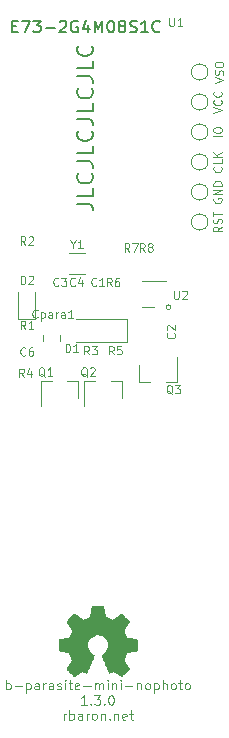
<source format=gbr>
G04 #@! TF.GenerationSoftware,KiCad,Pcbnew,(6.0.7)*
G04 #@! TF.CreationDate,2022-09-04T16:16:14-05:00*
G04 #@! TF.ProjectId,parasite-mini-test,70617261-7369-4746-952d-6d696e692d74,1.2.0*
G04 #@! TF.SameCoordinates,Original*
G04 #@! TF.FileFunction,Legend,Top*
G04 #@! TF.FilePolarity,Positive*
%FSLAX46Y46*%
G04 Gerber Fmt 4.6, Leading zero omitted, Abs format (unit mm)*
G04 Created by KiCad (PCBNEW (6.0.7)) date 2022-09-04 16:16:14*
%MOMM*%
%LPD*%
G01*
G04 APERTURE LIST*
%ADD10C,0.120000*%
%ADD11C,0.100000*%
%ADD12C,0.200000*%
%ADD13C,0.150000*%
%ADD14C,0.010000*%
G04 APERTURE END LIST*
D10*
X74200000Y-51700000D02*
G75*
G03*
X74200000Y-51700000I-200000J0D01*
G01*
D11*
X60247619Y-84073904D02*
X60247619Y-83273904D01*
X60247619Y-83578666D02*
X60323809Y-83540571D01*
X60476190Y-83540571D01*
X60552380Y-83578666D01*
X60590476Y-83616761D01*
X60628571Y-83692952D01*
X60628571Y-83921523D01*
X60590476Y-83997714D01*
X60552380Y-84035809D01*
X60476190Y-84073904D01*
X60323809Y-84073904D01*
X60247619Y-84035809D01*
X60971428Y-83769142D02*
X61580952Y-83769142D01*
X61961904Y-83540571D02*
X61961904Y-84340571D01*
X61961904Y-83578666D02*
X62038095Y-83540571D01*
X62190476Y-83540571D01*
X62266666Y-83578666D01*
X62304761Y-83616761D01*
X62342857Y-83692952D01*
X62342857Y-83921523D01*
X62304761Y-83997714D01*
X62266666Y-84035809D01*
X62190476Y-84073904D01*
X62038095Y-84073904D01*
X61961904Y-84035809D01*
X63028571Y-84073904D02*
X63028571Y-83654857D01*
X62990476Y-83578666D01*
X62914285Y-83540571D01*
X62761904Y-83540571D01*
X62685714Y-83578666D01*
X63028571Y-84035809D02*
X62952380Y-84073904D01*
X62761904Y-84073904D01*
X62685714Y-84035809D01*
X62647619Y-83959619D01*
X62647619Y-83883428D01*
X62685714Y-83807238D01*
X62761904Y-83769142D01*
X62952380Y-83769142D01*
X63028571Y-83731047D01*
X63409523Y-84073904D02*
X63409523Y-83540571D01*
X63409523Y-83692952D02*
X63447619Y-83616761D01*
X63485714Y-83578666D01*
X63561904Y-83540571D01*
X63638095Y-83540571D01*
X64247619Y-84073904D02*
X64247619Y-83654857D01*
X64209523Y-83578666D01*
X64133333Y-83540571D01*
X63980952Y-83540571D01*
X63904761Y-83578666D01*
X64247619Y-84035809D02*
X64171428Y-84073904D01*
X63980952Y-84073904D01*
X63904761Y-84035809D01*
X63866666Y-83959619D01*
X63866666Y-83883428D01*
X63904761Y-83807238D01*
X63980952Y-83769142D01*
X64171428Y-83769142D01*
X64247619Y-83731047D01*
X64590476Y-84035809D02*
X64666666Y-84073904D01*
X64819047Y-84073904D01*
X64895238Y-84035809D01*
X64933333Y-83959619D01*
X64933333Y-83921523D01*
X64895238Y-83845333D01*
X64819047Y-83807238D01*
X64704761Y-83807238D01*
X64628571Y-83769142D01*
X64590476Y-83692952D01*
X64590476Y-83654857D01*
X64628571Y-83578666D01*
X64704761Y-83540571D01*
X64819047Y-83540571D01*
X64895238Y-83578666D01*
X65276190Y-84073904D02*
X65276190Y-83540571D01*
X65276190Y-83273904D02*
X65238095Y-83312000D01*
X65276190Y-83350095D01*
X65314285Y-83312000D01*
X65276190Y-83273904D01*
X65276190Y-83350095D01*
X65542857Y-83540571D02*
X65847619Y-83540571D01*
X65657142Y-83273904D02*
X65657142Y-83959619D01*
X65695238Y-84035809D01*
X65771428Y-84073904D01*
X65847619Y-84073904D01*
X66419047Y-84035809D02*
X66342857Y-84073904D01*
X66190476Y-84073904D01*
X66114285Y-84035809D01*
X66076190Y-83959619D01*
X66076190Y-83654857D01*
X66114285Y-83578666D01*
X66190476Y-83540571D01*
X66342857Y-83540571D01*
X66419047Y-83578666D01*
X66457142Y-83654857D01*
X66457142Y-83731047D01*
X66076190Y-83807238D01*
X66800000Y-83769142D02*
X67409523Y-83769142D01*
X67790476Y-84073904D02*
X67790476Y-83540571D01*
X67790476Y-83616761D02*
X67828571Y-83578666D01*
X67904761Y-83540571D01*
X68019047Y-83540571D01*
X68095238Y-83578666D01*
X68133333Y-83654857D01*
X68133333Y-84073904D01*
X68133333Y-83654857D02*
X68171428Y-83578666D01*
X68247619Y-83540571D01*
X68361904Y-83540571D01*
X68438095Y-83578666D01*
X68476190Y-83654857D01*
X68476190Y-84073904D01*
X68857142Y-84073904D02*
X68857142Y-83540571D01*
X68857142Y-83273904D02*
X68819047Y-83312000D01*
X68857142Y-83350095D01*
X68895238Y-83312000D01*
X68857142Y-83273904D01*
X68857142Y-83350095D01*
X69238095Y-83540571D02*
X69238095Y-84073904D01*
X69238095Y-83616761D02*
X69276190Y-83578666D01*
X69352380Y-83540571D01*
X69466666Y-83540571D01*
X69542857Y-83578666D01*
X69580952Y-83654857D01*
X69580952Y-84073904D01*
X69961904Y-84073904D02*
X69961904Y-83540571D01*
X69961904Y-83273904D02*
X69923809Y-83312000D01*
X69961904Y-83350095D01*
X70000000Y-83312000D01*
X69961904Y-83273904D01*
X69961904Y-83350095D01*
X70342857Y-83769142D02*
X70952380Y-83769142D01*
X71333333Y-83540571D02*
X71333333Y-84073904D01*
X71333333Y-83616761D02*
X71371428Y-83578666D01*
X71447619Y-83540571D01*
X71561904Y-83540571D01*
X71638095Y-83578666D01*
X71676190Y-83654857D01*
X71676190Y-84073904D01*
X72171428Y-84073904D02*
X72095238Y-84035809D01*
X72057142Y-83997714D01*
X72019047Y-83921523D01*
X72019047Y-83692952D01*
X72057142Y-83616761D01*
X72095238Y-83578666D01*
X72171428Y-83540571D01*
X72285714Y-83540571D01*
X72361904Y-83578666D01*
X72400000Y-83616761D01*
X72438095Y-83692952D01*
X72438095Y-83921523D01*
X72400000Y-83997714D01*
X72361904Y-84035809D01*
X72285714Y-84073904D01*
X72171428Y-84073904D01*
X72780952Y-83540571D02*
X72780952Y-84340571D01*
X72780952Y-83578666D02*
X72857142Y-83540571D01*
X73009523Y-83540571D01*
X73085714Y-83578666D01*
X73123809Y-83616761D01*
X73161904Y-83692952D01*
X73161904Y-83921523D01*
X73123809Y-83997714D01*
X73085714Y-84035809D01*
X73009523Y-84073904D01*
X72857142Y-84073904D01*
X72780952Y-84035809D01*
X73504761Y-84073904D02*
X73504761Y-83273904D01*
X73847619Y-84073904D02*
X73847619Y-83654857D01*
X73809523Y-83578666D01*
X73733333Y-83540571D01*
X73619047Y-83540571D01*
X73542857Y-83578666D01*
X73504761Y-83616761D01*
X74342857Y-84073904D02*
X74266666Y-84035809D01*
X74228571Y-83997714D01*
X74190476Y-83921523D01*
X74190476Y-83692952D01*
X74228571Y-83616761D01*
X74266666Y-83578666D01*
X74342857Y-83540571D01*
X74457142Y-83540571D01*
X74533333Y-83578666D01*
X74571428Y-83616761D01*
X74609523Y-83692952D01*
X74609523Y-83921523D01*
X74571428Y-83997714D01*
X74533333Y-84035809D01*
X74457142Y-84073904D01*
X74342857Y-84073904D01*
X74838095Y-83540571D02*
X75142857Y-83540571D01*
X74952380Y-83273904D02*
X74952380Y-83959619D01*
X74990476Y-84035809D01*
X75066666Y-84073904D01*
X75142857Y-84073904D01*
X75523809Y-84073904D02*
X75447619Y-84035809D01*
X75409523Y-83997714D01*
X75371428Y-83921523D01*
X75371428Y-83692952D01*
X75409523Y-83616761D01*
X75447619Y-83578666D01*
X75523809Y-83540571D01*
X75638095Y-83540571D01*
X75714285Y-83578666D01*
X75752380Y-83616761D01*
X75790476Y-83692952D01*
X75790476Y-83921523D01*
X75752380Y-83997714D01*
X75714285Y-84035809D01*
X75638095Y-84073904D01*
X75523809Y-84073904D01*
X67085714Y-85361904D02*
X66628571Y-85361904D01*
X66857142Y-85361904D02*
X66857142Y-84561904D01*
X66780952Y-84676190D01*
X66704761Y-84752380D01*
X66628571Y-84790476D01*
X67428571Y-85285714D02*
X67466666Y-85323809D01*
X67428571Y-85361904D01*
X67390476Y-85323809D01*
X67428571Y-85285714D01*
X67428571Y-85361904D01*
X67733333Y-84561904D02*
X68228571Y-84561904D01*
X67961904Y-84866666D01*
X68076190Y-84866666D01*
X68152380Y-84904761D01*
X68190476Y-84942857D01*
X68228571Y-85019047D01*
X68228571Y-85209523D01*
X68190476Y-85285714D01*
X68152380Y-85323809D01*
X68076190Y-85361904D01*
X67847619Y-85361904D01*
X67771428Y-85323809D01*
X67733333Y-85285714D01*
X68571428Y-85285714D02*
X68609523Y-85323809D01*
X68571428Y-85361904D01*
X68533333Y-85323809D01*
X68571428Y-85285714D01*
X68571428Y-85361904D01*
X69104761Y-84561904D02*
X69180952Y-84561904D01*
X69257142Y-84600000D01*
X69295238Y-84638095D01*
X69333333Y-84714285D01*
X69371428Y-84866666D01*
X69371428Y-85057142D01*
X69333333Y-85209523D01*
X69295238Y-85285714D01*
X69257142Y-85323809D01*
X69180952Y-85361904D01*
X69104761Y-85361904D01*
X69028571Y-85323809D01*
X68990476Y-85285714D01*
X68952380Y-85209523D01*
X68914285Y-85057142D01*
X68914285Y-84866666D01*
X68952380Y-84714285D01*
X68990476Y-84638095D01*
X69028571Y-84600000D01*
X69104761Y-84561904D01*
X65123809Y-86649904D02*
X65123809Y-86116571D01*
X65123809Y-86268952D02*
X65161904Y-86192761D01*
X65200000Y-86154666D01*
X65276190Y-86116571D01*
X65352380Y-86116571D01*
X65619047Y-86649904D02*
X65619047Y-85849904D01*
X65619047Y-86154666D02*
X65695238Y-86116571D01*
X65847619Y-86116571D01*
X65923809Y-86154666D01*
X65961904Y-86192761D01*
X66000000Y-86268952D01*
X66000000Y-86497523D01*
X65961904Y-86573714D01*
X65923809Y-86611809D01*
X65847619Y-86649904D01*
X65695238Y-86649904D01*
X65619047Y-86611809D01*
X66685714Y-86649904D02*
X66685714Y-86230857D01*
X66647619Y-86154666D01*
X66571428Y-86116571D01*
X66419047Y-86116571D01*
X66342857Y-86154666D01*
X66685714Y-86611809D02*
X66609523Y-86649904D01*
X66419047Y-86649904D01*
X66342857Y-86611809D01*
X66304761Y-86535619D01*
X66304761Y-86459428D01*
X66342857Y-86383238D01*
X66419047Y-86345142D01*
X66609523Y-86345142D01*
X66685714Y-86307047D01*
X67066666Y-86649904D02*
X67066666Y-86116571D01*
X67066666Y-86268952D02*
X67104761Y-86192761D01*
X67142857Y-86154666D01*
X67219047Y-86116571D01*
X67295238Y-86116571D01*
X67676190Y-86649904D02*
X67600000Y-86611809D01*
X67561904Y-86573714D01*
X67523809Y-86497523D01*
X67523809Y-86268952D01*
X67561904Y-86192761D01*
X67600000Y-86154666D01*
X67676190Y-86116571D01*
X67790476Y-86116571D01*
X67866666Y-86154666D01*
X67904761Y-86192761D01*
X67942857Y-86268952D01*
X67942857Y-86497523D01*
X67904761Y-86573714D01*
X67866666Y-86611809D01*
X67790476Y-86649904D01*
X67676190Y-86649904D01*
X68285714Y-86116571D02*
X68285714Y-86649904D01*
X68285714Y-86192761D02*
X68323809Y-86154666D01*
X68400000Y-86116571D01*
X68514285Y-86116571D01*
X68590476Y-86154666D01*
X68628571Y-86230857D01*
X68628571Y-86649904D01*
X69009523Y-86573714D02*
X69047619Y-86611809D01*
X69009523Y-86649904D01*
X68971428Y-86611809D01*
X69009523Y-86573714D01*
X69009523Y-86649904D01*
X69390476Y-86116571D02*
X69390476Y-86649904D01*
X69390476Y-86192761D02*
X69428571Y-86154666D01*
X69504761Y-86116571D01*
X69619047Y-86116571D01*
X69695238Y-86154666D01*
X69733333Y-86230857D01*
X69733333Y-86649904D01*
X70419047Y-86611809D02*
X70342857Y-86649904D01*
X70190476Y-86649904D01*
X70114285Y-86611809D01*
X70076190Y-86535619D01*
X70076190Y-86230857D01*
X70114285Y-86154666D01*
X70190476Y-86116571D01*
X70342857Y-86116571D01*
X70419047Y-86154666D01*
X70457142Y-86230857D01*
X70457142Y-86307047D01*
X70076190Y-86383238D01*
X70685714Y-86116571D02*
X70990476Y-86116571D01*
X70800000Y-85849904D02*
X70800000Y-86535619D01*
X70838095Y-86611809D01*
X70914285Y-86649904D01*
X70990476Y-86649904D01*
D12*
X66233333Y-42966666D02*
X67233333Y-42966666D01*
X67433333Y-43033333D01*
X67566666Y-43166666D01*
X67633333Y-43366666D01*
X67633333Y-43500000D01*
X67633333Y-41633333D02*
X67633333Y-42300000D01*
X66233333Y-42300000D01*
X67500000Y-40366666D02*
X67566666Y-40433333D01*
X67633333Y-40633333D01*
X67633333Y-40766666D01*
X67566666Y-40966666D01*
X67433333Y-41100000D01*
X67300000Y-41166666D01*
X67033333Y-41233333D01*
X66833333Y-41233333D01*
X66566666Y-41166666D01*
X66433333Y-41100000D01*
X66300000Y-40966666D01*
X66233333Y-40766666D01*
X66233333Y-40633333D01*
X66300000Y-40433333D01*
X66366666Y-40366666D01*
X66233333Y-39366666D02*
X67233333Y-39366666D01*
X67433333Y-39433333D01*
X67566666Y-39566666D01*
X67633333Y-39766666D01*
X67633333Y-39900000D01*
X67633333Y-38033333D02*
X67633333Y-38700000D01*
X66233333Y-38700000D01*
X67500000Y-36766666D02*
X67566666Y-36833333D01*
X67633333Y-37033333D01*
X67633333Y-37166666D01*
X67566666Y-37366666D01*
X67433333Y-37500000D01*
X67300000Y-37566666D01*
X67033333Y-37633333D01*
X66833333Y-37633333D01*
X66566666Y-37566666D01*
X66433333Y-37500000D01*
X66300000Y-37366666D01*
X66233333Y-37166666D01*
X66233333Y-37033333D01*
X66300000Y-36833333D01*
X66366666Y-36766666D01*
X66233333Y-35766666D02*
X67233333Y-35766666D01*
X67433333Y-35833333D01*
X67566666Y-35966666D01*
X67633333Y-36166666D01*
X67633333Y-36300000D01*
X67633333Y-34433333D02*
X67633333Y-35100000D01*
X66233333Y-35100000D01*
X67500000Y-33166666D02*
X67566666Y-33233333D01*
X67633333Y-33433333D01*
X67633333Y-33566666D01*
X67566666Y-33766666D01*
X67433333Y-33900000D01*
X67300000Y-33966666D01*
X67033333Y-34033333D01*
X66833333Y-34033333D01*
X66566666Y-33966666D01*
X66433333Y-33900000D01*
X66300000Y-33766666D01*
X66233333Y-33566666D01*
X66233333Y-33433333D01*
X66300000Y-33233333D01*
X66366666Y-33166666D01*
X66233333Y-32166666D02*
X67233333Y-32166666D01*
X67433333Y-32233333D01*
X67566666Y-32366666D01*
X67633333Y-32566666D01*
X67633333Y-32700000D01*
X67633333Y-30833333D02*
X67633333Y-31500000D01*
X66233333Y-31500000D01*
X67500000Y-29566666D02*
X67566666Y-29633333D01*
X67633333Y-29833333D01*
X67633333Y-29966666D01*
X67566666Y-30166666D01*
X67433333Y-30300000D01*
X67300000Y-30366666D01*
X67033333Y-30433333D01*
X66833333Y-30433333D01*
X66566666Y-30366666D01*
X66433333Y-30300000D01*
X66300000Y-30166666D01*
X66233333Y-29966666D01*
X66233333Y-29833333D01*
X66300000Y-29633333D01*
X66366666Y-29566666D01*
D10*
X67883333Y-49850000D02*
X67850000Y-49883333D01*
X67750000Y-49916666D01*
X67683333Y-49916666D01*
X67583333Y-49883333D01*
X67516666Y-49816666D01*
X67483333Y-49750000D01*
X67450000Y-49616666D01*
X67450000Y-49516666D01*
X67483333Y-49383333D01*
X67516666Y-49316666D01*
X67583333Y-49250000D01*
X67683333Y-49216666D01*
X67750000Y-49216666D01*
X67850000Y-49250000D01*
X67883333Y-49283333D01*
X68550000Y-49916666D02*
X68150000Y-49916666D01*
X68350000Y-49916666D02*
X68350000Y-49216666D01*
X68283333Y-49316666D01*
X68216666Y-49383333D01*
X68150000Y-49416666D01*
X61883333Y-55750000D02*
X61850000Y-55783333D01*
X61750000Y-55816666D01*
X61683333Y-55816666D01*
X61583333Y-55783333D01*
X61516666Y-55716666D01*
X61483333Y-55650000D01*
X61450000Y-55516666D01*
X61450000Y-55416666D01*
X61483333Y-55283333D01*
X61516666Y-55216666D01*
X61583333Y-55150000D01*
X61683333Y-55116666D01*
X61750000Y-55116666D01*
X61850000Y-55150000D01*
X61883333Y-55183333D01*
X62483333Y-55116666D02*
X62350000Y-55116666D01*
X62283333Y-55150000D01*
X62250000Y-55183333D01*
X62183333Y-55283333D01*
X62150000Y-55416666D01*
X62150000Y-55683333D01*
X62183333Y-55750000D01*
X62216666Y-55783333D01*
X62283333Y-55816666D01*
X62416666Y-55816666D01*
X62483333Y-55783333D01*
X62516666Y-55750000D01*
X62550000Y-55683333D01*
X62550000Y-55516666D01*
X62516666Y-55450000D01*
X62483333Y-55416666D01*
X62416666Y-55383333D01*
X62283333Y-55383333D01*
X62216666Y-55416666D01*
X62183333Y-55450000D01*
X62150000Y-55516666D01*
X69183333Y-49946666D02*
X68950000Y-49613333D01*
X68783333Y-49946666D02*
X68783333Y-49246666D01*
X69050000Y-49246666D01*
X69116666Y-49280000D01*
X69150000Y-49313333D01*
X69183333Y-49380000D01*
X69183333Y-49480000D01*
X69150000Y-49546666D01*
X69116666Y-49580000D01*
X69050000Y-49613333D01*
X68783333Y-49613333D01*
X69783333Y-49246666D02*
X69650000Y-49246666D01*
X69583333Y-49280000D01*
X69550000Y-49313333D01*
X69483333Y-49413333D01*
X69450000Y-49546666D01*
X69450000Y-49813333D01*
X69483333Y-49880000D01*
X69516666Y-49913333D01*
X69583333Y-49946666D01*
X69716666Y-49946666D01*
X69783333Y-49913333D01*
X69816666Y-49880000D01*
X69850000Y-49813333D01*
X69850000Y-49646666D01*
X69816666Y-49580000D01*
X69783333Y-49546666D01*
X69716666Y-49513333D01*
X69583333Y-49513333D01*
X69516666Y-49546666D01*
X69483333Y-49580000D01*
X69450000Y-49646666D01*
X69383333Y-55716666D02*
X69150000Y-55383333D01*
X68983333Y-55716666D02*
X68983333Y-55016666D01*
X69250000Y-55016666D01*
X69316666Y-55050000D01*
X69350000Y-55083333D01*
X69383333Y-55150000D01*
X69383333Y-55250000D01*
X69350000Y-55316666D01*
X69316666Y-55350000D01*
X69250000Y-55383333D01*
X68983333Y-55383333D01*
X70016666Y-55016666D02*
X69683333Y-55016666D01*
X69650000Y-55350000D01*
X69683333Y-55316666D01*
X69750000Y-55283333D01*
X69916666Y-55283333D01*
X69983333Y-55316666D01*
X70016666Y-55350000D01*
X70050000Y-55416666D01*
X70050000Y-55583333D01*
X70016666Y-55650000D01*
X69983333Y-55683333D01*
X69916666Y-55716666D01*
X69750000Y-55716666D01*
X69683333Y-55683333D01*
X69650000Y-55650000D01*
X61783333Y-57616666D02*
X61550000Y-57283333D01*
X61383333Y-57616666D02*
X61383333Y-56916666D01*
X61650000Y-56916666D01*
X61716666Y-56950000D01*
X61750000Y-56983333D01*
X61783333Y-57050000D01*
X61783333Y-57150000D01*
X61750000Y-57216666D01*
X61716666Y-57250000D01*
X61650000Y-57283333D01*
X61383333Y-57283333D01*
X62383333Y-57150000D02*
X62383333Y-57616666D01*
X62216666Y-56883333D02*
X62050000Y-57383333D01*
X62483333Y-57383333D01*
X63533333Y-57583333D02*
X63466666Y-57550000D01*
X63400000Y-57483333D01*
X63300000Y-57383333D01*
X63233333Y-57350000D01*
X63166666Y-57350000D01*
X63200000Y-57516666D02*
X63133333Y-57483333D01*
X63066666Y-57416666D01*
X63033333Y-57283333D01*
X63033333Y-57050000D01*
X63066666Y-56916666D01*
X63133333Y-56850000D01*
X63200000Y-56816666D01*
X63333333Y-56816666D01*
X63400000Y-56850000D01*
X63466666Y-56916666D01*
X63500000Y-57050000D01*
X63500000Y-57283333D01*
X63466666Y-57416666D01*
X63400000Y-57483333D01*
X63333333Y-57516666D01*
X63200000Y-57516666D01*
X64166666Y-57516666D02*
X63766666Y-57516666D01*
X63966666Y-57516666D02*
X63966666Y-56816666D01*
X63900000Y-56916666D01*
X63833333Y-56983333D01*
X63766666Y-57016666D01*
X67283333Y-55716666D02*
X67050000Y-55383333D01*
X66883333Y-55716666D02*
X66883333Y-55016666D01*
X67150000Y-55016666D01*
X67216666Y-55050000D01*
X67250000Y-55083333D01*
X67283333Y-55150000D01*
X67283333Y-55250000D01*
X67250000Y-55316666D01*
X67216666Y-55350000D01*
X67150000Y-55383333D01*
X66883333Y-55383333D01*
X67516666Y-55016666D02*
X67950000Y-55016666D01*
X67716666Y-55283333D01*
X67816666Y-55283333D01*
X67883333Y-55316666D01*
X67916666Y-55350000D01*
X67950000Y-55416666D01*
X67950000Y-55583333D01*
X67916666Y-55650000D01*
X67883333Y-55683333D01*
X67816666Y-55716666D01*
X67616666Y-55716666D01*
X67550000Y-55683333D01*
X67516666Y-55650000D01*
X61883333Y-53546666D02*
X61650000Y-53213333D01*
X61483333Y-53546666D02*
X61483333Y-52846666D01*
X61750000Y-52846666D01*
X61816666Y-52880000D01*
X61850000Y-52913333D01*
X61883333Y-52980000D01*
X61883333Y-53080000D01*
X61850000Y-53146666D01*
X61816666Y-53180000D01*
X61750000Y-53213333D01*
X61483333Y-53213333D01*
X62550000Y-53546666D02*
X62150000Y-53546666D01*
X62350000Y-53546666D02*
X62350000Y-52846666D01*
X62283333Y-52946666D01*
X62216666Y-53013333D01*
X62150000Y-53046666D01*
X78506666Y-37246666D02*
X77806666Y-37246666D01*
X77806666Y-36780000D02*
X77806666Y-36646666D01*
X77840000Y-36580000D01*
X77906666Y-36513333D01*
X78040000Y-36480000D01*
X78273333Y-36480000D01*
X78406666Y-36513333D01*
X78473333Y-36580000D01*
X78506666Y-36646666D01*
X78506666Y-36780000D01*
X78473333Y-36846666D01*
X78406666Y-36913333D01*
X78273333Y-36946666D01*
X78040000Y-36946666D01*
X77906666Y-36913333D01*
X77840000Y-36846666D01*
X77806666Y-36780000D01*
X78440000Y-39836666D02*
X78473333Y-39870000D01*
X78506666Y-39970000D01*
X78506666Y-40036666D01*
X78473333Y-40136666D01*
X78406666Y-40203333D01*
X78340000Y-40236666D01*
X78206666Y-40270000D01*
X78106666Y-40270000D01*
X77973333Y-40236666D01*
X77906666Y-40203333D01*
X77840000Y-40136666D01*
X77806666Y-40036666D01*
X77806666Y-39970000D01*
X77840000Y-39870000D01*
X77873333Y-39836666D01*
X78506666Y-39203333D02*
X78506666Y-39536666D01*
X77806666Y-39536666D01*
X78506666Y-38970000D02*
X77806666Y-38970000D01*
X78506666Y-38570000D02*
X78106666Y-38870000D01*
X77806666Y-38570000D02*
X78206666Y-38970000D01*
X78506666Y-44883333D02*
X78173333Y-45116666D01*
X78506666Y-45283333D02*
X77806666Y-45283333D01*
X77806666Y-45016666D01*
X77840000Y-44950000D01*
X77873333Y-44916666D01*
X77940000Y-44883333D01*
X78040000Y-44883333D01*
X78106666Y-44916666D01*
X78140000Y-44950000D01*
X78173333Y-45016666D01*
X78173333Y-45283333D01*
X78473333Y-44616666D02*
X78506666Y-44516666D01*
X78506666Y-44350000D01*
X78473333Y-44283333D01*
X78440000Y-44250000D01*
X78373333Y-44216666D01*
X78306666Y-44216666D01*
X78240000Y-44250000D01*
X78206666Y-44283333D01*
X78173333Y-44350000D01*
X78140000Y-44483333D01*
X78106666Y-44550000D01*
X78073333Y-44583333D01*
X78006666Y-44616666D01*
X77940000Y-44616666D01*
X77873333Y-44583333D01*
X77840000Y-44550000D01*
X77806666Y-44483333D01*
X77806666Y-44316666D01*
X77840000Y-44216666D01*
X77806666Y-44016666D02*
X77806666Y-43616666D01*
X78506666Y-43816666D02*
X77806666Y-43816666D01*
X77840000Y-42493333D02*
X77806666Y-42560000D01*
X77806666Y-42660000D01*
X77840000Y-42760000D01*
X77906666Y-42826666D01*
X77973333Y-42860000D01*
X78106666Y-42893333D01*
X78206666Y-42893333D01*
X78340000Y-42860000D01*
X78406666Y-42826666D01*
X78473333Y-42760000D01*
X78506666Y-42660000D01*
X78506666Y-42593333D01*
X78473333Y-42493333D01*
X78440000Y-42460000D01*
X78206666Y-42460000D01*
X78206666Y-42593333D01*
X78506666Y-42160000D02*
X77806666Y-42160000D01*
X78506666Y-41760000D01*
X77806666Y-41760000D01*
X78506666Y-41426666D02*
X77806666Y-41426666D01*
X77806666Y-41260000D01*
X77840000Y-41160000D01*
X77906666Y-41093333D01*
X77973333Y-41060000D01*
X78106666Y-41026666D01*
X78206666Y-41026666D01*
X78340000Y-41060000D01*
X78406666Y-41093333D01*
X78473333Y-41160000D01*
X78506666Y-41260000D01*
X78506666Y-41426666D01*
X77806666Y-35273333D02*
X78506666Y-35040000D01*
X77806666Y-34806666D01*
X78440000Y-34173333D02*
X78473333Y-34206666D01*
X78506666Y-34306666D01*
X78506666Y-34373333D01*
X78473333Y-34473333D01*
X78406666Y-34540000D01*
X78340000Y-34573333D01*
X78206666Y-34606666D01*
X78106666Y-34606666D01*
X77973333Y-34573333D01*
X77906666Y-34540000D01*
X77840000Y-34473333D01*
X77806666Y-34373333D01*
X77806666Y-34306666D01*
X77840000Y-34206666D01*
X77873333Y-34173333D01*
X78440000Y-33473333D02*
X78473333Y-33506666D01*
X78506666Y-33606666D01*
X78506666Y-33673333D01*
X78473333Y-33773333D01*
X78406666Y-33840000D01*
X78340000Y-33873333D01*
X78206666Y-33906666D01*
X78106666Y-33906666D01*
X77973333Y-33873333D01*
X77906666Y-33840000D01*
X77840000Y-33773333D01*
X77806666Y-33673333D01*
X77806666Y-33606666D01*
X77840000Y-33506666D01*
X77873333Y-33473333D01*
X61883333Y-46416666D02*
X61650000Y-46083333D01*
X61483333Y-46416666D02*
X61483333Y-45716666D01*
X61750000Y-45716666D01*
X61816666Y-45750000D01*
X61850000Y-45783333D01*
X61883333Y-45850000D01*
X61883333Y-45950000D01*
X61850000Y-46016666D01*
X61816666Y-46050000D01*
X61750000Y-46083333D01*
X61483333Y-46083333D01*
X62150000Y-45783333D02*
X62183333Y-45750000D01*
X62250000Y-45716666D01*
X62416666Y-45716666D01*
X62483333Y-45750000D01*
X62516666Y-45783333D01*
X62550000Y-45850000D01*
X62550000Y-45916666D01*
X62516666Y-46016666D01*
X62116666Y-46416666D01*
X62550000Y-46416666D01*
X74480000Y-53916666D02*
X74513333Y-53950000D01*
X74546666Y-54050000D01*
X74546666Y-54116666D01*
X74513333Y-54216666D01*
X74446666Y-54283333D01*
X74380000Y-54316666D01*
X74246666Y-54350000D01*
X74146666Y-54350000D01*
X74013333Y-54316666D01*
X73946666Y-54283333D01*
X73880000Y-54216666D01*
X73846666Y-54116666D01*
X73846666Y-54050000D01*
X73880000Y-53950000D01*
X73913333Y-53916666D01*
X73913333Y-53650000D02*
X73880000Y-53616666D01*
X73846666Y-53550000D01*
X73846666Y-53383333D01*
X73880000Y-53316666D01*
X73913333Y-53283333D01*
X73980000Y-53250000D01*
X74046666Y-53250000D01*
X74146666Y-53283333D01*
X74546666Y-53683333D01*
X74546666Y-53250000D01*
X74333333Y-59083333D02*
X74266666Y-59050000D01*
X74200000Y-58983333D01*
X74100000Y-58883333D01*
X74033333Y-58850000D01*
X73966666Y-58850000D01*
X74000000Y-59016666D02*
X73933333Y-58983333D01*
X73866666Y-58916666D01*
X73833333Y-58783333D01*
X73833333Y-58550000D01*
X73866666Y-58416666D01*
X73933333Y-58350000D01*
X74000000Y-58316666D01*
X74133333Y-58316666D01*
X74200000Y-58350000D01*
X74266666Y-58416666D01*
X74300000Y-58550000D01*
X74300000Y-58783333D01*
X74266666Y-58916666D01*
X74200000Y-58983333D01*
X74133333Y-59016666D01*
X74000000Y-59016666D01*
X74533333Y-58316666D02*
X74966666Y-58316666D01*
X74733333Y-58583333D01*
X74833333Y-58583333D01*
X74900000Y-58616666D01*
X74933333Y-58650000D01*
X74966666Y-58716666D01*
X74966666Y-58883333D01*
X74933333Y-58950000D01*
X74900000Y-58983333D01*
X74833333Y-59016666D01*
X74633333Y-59016666D01*
X74566666Y-58983333D01*
X74533333Y-58950000D01*
X65916666Y-46383333D02*
X65916666Y-46716666D01*
X65683333Y-46016666D02*
X65916666Y-46383333D01*
X66150000Y-46016666D01*
X66750000Y-46716666D02*
X66350000Y-46716666D01*
X66550000Y-46716666D02*
X66550000Y-46016666D01*
X66483333Y-46116666D01*
X66416666Y-46183333D01*
X66350000Y-46216666D01*
X61483333Y-49741666D02*
X61483333Y-49041666D01*
X61650000Y-49041666D01*
X61750000Y-49075000D01*
X61816666Y-49141666D01*
X61850000Y-49208333D01*
X61883333Y-49341666D01*
X61883333Y-49441666D01*
X61850000Y-49575000D01*
X61816666Y-49641666D01*
X61750000Y-49708333D01*
X61650000Y-49741666D01*
X61483333Y-49741666D01*
X62150000Y-49108333D02*
X62183333Y-49075000D01*
X62250000Y-49041666D01*
X62416666Y-49041666D01*
X62483333Y-49075000D01*
X62516666Y-49108333D01*
X62550000Y-49175000D01*
X62550000Y-49241666D01*
X62516666Y-49341666D01*
X62116666Y-49741666D01*
X62550000Y-49741666D01*
X66083333Y-49850000D02*
X66050000Y-49883333D01*
X65950000Y-49916666D01*
X65883333Y-49916666D01*
X65783333Y-49883333D01*
X65716666Y-49816666D01*
X65683333Y-49750000D01*
X65650000Y-49616666D01*
X65650000Y-49516666D01*
X65683333Y-49383333D01*
X65716666Y-49316666D01*
X65783333Y-49250000D01*
X65883333Y-49216666D01*
X65950000Y-49216666D01*
X66050000Y-49250000D01*
X66083333Y-49283333D01*
X66683333Y-49450000D02*
X66683333Y-49916666D01*
X66516666Y-49183333D02*
X66350000Y-49683333D01*
X66783333Y-49683333D01*
X64683333Y-49850000D02*
X64650000Y-49883333D01*
X64550000Y-49916666D01*
X64483333Y-49916666D01*
X64383333Y-49883333D01*
X64316666Y-49816666D01*
X64283333Y-49750000D01*
X64250000Y-49616666D01*
X64250000Y-49516666D01*
X64283333Y-49383333D01*
X64316666Y-49316666D01*
X64383333Y-49250000D01*
X64483333Y-49216666D01*
X64550000Y-49216666D01*
X64650000Y-49250000D01*
X64683333Y-49283333D01*
X64916666Y-49216666D02*
X65350000Y-49216666D01*
X65116666Y-49483333D01*
X65216666Y-49483333D01*
X65283333Y-49516666D01*
X65316666Y-49550000D01*
X65350000Y-49616666D01*
X65350000Y-49783333D01*
X65316666Y-49850000D01*
X65283333Y-49883333D01*
X65216666Y-49916666D01*
X65016666Y-49916666D01*
X64950000Y-49883333D01*
X64916666Y-49850000D01*
X62916666Y-52550000D02*
X62883333Y-52583333D01*
X62783333Y-52616666D01*
X62716666Y-52616666D01*
X62616666Y-52583333D01*
X62550000Y-52516666D01*
X62516666Y-52450000D01*
X62483333Y-52316666D01*
X62483333Y-52216666D01*
X62516666Y-52083333D01*
X62550000Y-52016666D01*
X62616666Y-51950000D01*
X62716666Y-51916666D01*
X62783333Y-51916666D01*
X62883333Y-51950000D01*
X62916666Y-51983333D01*
X63216666Y-52150000D02*
X63216666Y-52850000D01*
X63216666Y-52183333D02*
X63283333Y-52150000D01*
X63416666Y-52150000D01*
X63483333Y-52183333D01*
X63516666Y-52216666D01*
X63550000Y-52283333D01*
X63550000Y-52483333D01*
X63516666Y-52550000D01*
X63483333Y-52583333D01*
X63416666Y-52616666D01*
X63283333Y-52616666D01*
X63216666Y-52583333D01*
X64150000Y-52616666D02*
X64150000Y-52250000D01*
X64116666Y-52183333D01*
X64050000Y-52150000D01*
X63916666Y-52150000D01*
X63850000Y-52183333D01*
X64150000Y-52583333D02*
X64083333Y-52616666D01*
X63916666Y-52616666D01*
X63850000Y-52583333D01*
X63816666Y-52516666D01*
X63816666Y-52450000D01*
X63850000Y-52383333D01*
X63916666Y-52350000D01*
X64083333Y-52350000D01*
X64150000Y-52316666D01*
X64483333Y-52616666D02*
X64483333Y-52150000D01*
X64483333Y-52283333D02*
X64516666Y-52216666D01*
X64550000Y-52183333D01*
X64616666Y-52150000D01*
X64683333Y-52150000D01*
X65216666Y-52616666D02*
X65216666Y-52250000D01*
X65183333Y-52183333D01*
X65116666Y-52150000D01*
X64983333Y-52150000D01*
X64916666Y-52183333D01*
X65216666Y-52583333D02*
X65150000Y-52616666D01*
X64983333Y-52616666D01*
X64916666Y-52583333D01*
X64883333Y-52516666D01*
X64883333Y-52450000D01*
X64916666Y-52383333D01*
X64983333Y-52350000D01*
X65150000Y-52350000D01*
X65216666Y-52316666D01*
X65916666Y-52616666D02*
X65516666Y-52616666D01*
X65716666Y-52616666D02*
X65716666Y-51916666D01*
X65650000Y-52016666D01*
X65583333Y-52083333D01*
X65516666Y-52116666D01*
X70683333Y-47016666D02*
X70450000Y-46683333D01*
X70283333Y-47016666D02*
X70283333Y-46316666D01*
X70550000Y-46316666D01*
X70616666Y-46350000D01*
X70650000Y-46383333D01*
X70683333Y-46450000D01*
X70683333Y-46550000D01*
X70650000Y-46616666D01*
X70616666Y-46650000D01*
X70550000Y-46683333D01*
X70283333Y-46683333D01*
X70916666Y-46316666D02*
X71383333Y-46316666D01*
X71083333Y-47016666D01*
X71983333Y-47016666D02*
X71750000Y-46683333D01*
X71583333Y-47016666D02*
X71583333Y-46316666D01*
X71850000Y-46316666D01*
X71916666Y-46350000D01*
X71950000Y-46383333D01*
X71983333Y-46450000D01*
X71983333Y-46550000D01*
X71950000Y-46616666D01*
X71916666Y-46650000D01*
X71850000Y-46683333D01*
X71583333Y-46683333D01*
X72383333Y-46616666D02*
X72316666Y-46583333D01*
X72283333Y-46550000D01*
X72250000Y-46483333D01*
X72250000Y-46450000D01*
X72283333Y-46383333D01*
X72316666Y-46350000D01*
X72383333Y-46316666D01*
X72516666Y-46316666D01*
X72583333Y-46350000D01*
X72616666Y-46383333D01*
X72650000Y-46450000D01*
X72650000Y-46483333D01*
X72616666Y-46550000D01*
X72583333Y-46583333D01*
X72516666Y-46616666D01*
X72383333Y-46616666D01*
X72316666Y-46650000D01*
X72283333Y-46683333D01*
X72250000Y-46750000D01*
X72250000Y-46883333D01*
X72283333Y-46950000D01*
X72316666Y-46983333D01*
X72383333Y-47016666D01*
X72516666Y-47016666D01*
X72583333Y-46983333D01*
X72616666Y-46950000D01*
X72650000Y-46883333D01*
X72650000Y-46750000D01*
X72616666Y-46683333D01*
X72583333Y-46650000D01*
X72516666Y-46616666D01*
X67133333Y-57583333D02*
X67066666Y-57550000D01*
X67000000Y-57483333D01*
X66900000Y-57383333D01*
X66833333Y-57350000D01*
X66766666Y-57350000D01*
X66800000Y-57516666D02*
X66733333Y-57483333D01*
X66666666Y-57416666D01*
X66633333Y-57283333D01*
X66633333Y-57050000D01*
X66666666Y-56916666D01*
X66733333Y-56850000D01*
X66800000Y-56816666D01*
X66933333Y-56816666D01*
X67000000Y-56850000D01*
X67066666Y-56916666D01*
X67100000Y-57050000D01*
X67100000Y-57283333D01*
X67066666Y-57416666D01*
X67000000Y-57483333D01*
X66933333Y-57516666D01*
X66800000Y-57516666D01*
X67366666Y-56883333D02*
X67400000Y-56850000D01*
X67466666Y-56816666D01*
X67633333Y-56816666D01*
X67700000Y-56850000D01*
X67733333Y-56883333D01*
X67766666Y-56950000D01*
X67766666Y-57016666D01*
X67733333Y-57116666D01*
X67333333Y-57516666D01*
X67766666Y-57516666D01*
X74466666Y-50316666D02*
X74466666Y-50883333D01*
X74500000Y-50950000D01*
X74533333Y-50983333D01*
X74600000Y-51016666D01*
X74733333Y-51016666D01*
X74800000Y-50983333D01*
X74833333Y-50950000D01*
X74866666Y-50883333D01*
X74866666Y-50316666D01*
X75166666Y-50383333D02*
X75200000Y-50350000D01*
X75266666Y-50316666D01*
X75433333Y-50316666D01*
X75500000Y-50350000D01*
X75533333Y-50383333D01*
X75566666Y-50450000D01*
X75566666Y-50516666D01*
X75533333Y-50616666D01*
X75133333Y-51016666D01*
X75566666Y-51016666D01*
X65283333Y-55516666D02*
X65283333Y-54816666D01*
X65450000Y-54816666D01*
X65550000Y-54850000D01*
X65616666Y-54916666D01*
X65650000Y-54983333D01*
X65683333Y-55116666D01*
X65683333Y-55216666D01*
X65650000Y-55350000D01*
X65616666Y-55416666D01*
X65550000Y-55483333D01*
X65450000Y-55516666D01*
X65283333Y-55516666D01*
X66350000Y-55516666D02*
X65950000Y-55516666D01*
X66150000Y-55516666D02*
X66150000Y-54816666D01*
X66083333Y-54916666D01*
X66016666Y-54983333D01*
X65950000Y-55016666D01*
X77916666Y-32733333D02*
X78616666Y-32500000D01*
X77916666Y-32266666D01*
X78583333Y-32066666D02*
X78616666Y-31966666D01*
X78616666Y-31800000D01*
X78583333Y-31733333D01*
X78550000Y-31700000D01*
X78483333Y-31666666D01*
X78416666Y-31666666D01*
X78350000Y-31700000D01*
X78316666Y-31733333D01*
X78283333Y-31800000D01*
X78250000Y-31933333D01*
X78216666Y-32000000D01*
X78183333Y-32033333D01*
X78116666Y-32066666D01*
X78050000Y-32066666D01*
X77983333Y-32033333D01*
X77950000Y-32000000D01*
X77916666Y-31933333D01*
X77916666Y-31766666D01*
X77950000Y-31666666D01*
X77916666Y-31233333D02*
X77916666Y-31100000D01*
X77950000Y-31033333D01*
X78016666Y-30966666D01*
X78150000Y-30933333D01*
X78383333Y-30933333D01*
X78516666Y-30966666D01*
X78583333Y-31033333D01*
X78616666Y-31100000D01*
X78616666Y-31233333D01*
X78583333Y-31300000D01*
X78516666Y-31366666D01*
X78383333Y-31400000D01*
X78150000Y-31400000D01*
X78016666Y-31366666D01*
X77950000Y-31300000D01*
X77916666Y-31233333D01*
X74066666Y-27216666D02*
X74066666Y-27783333D01*
X74100000Y-27850000D01*
X74133333Y-27883333D01*
X74200000Y-27916666D01*
X74333333Y-27916666D01*
X74400000Y-27883333D01*
X74433333Y-27850000D01*
X74466666Y-27783333D01*
X74466666Y-27216666D01*
X75166666Y-27916666D02*
X74766666Y-27916666D01*
X74966666Y-27916666D02*
X74966666Y-27216666D01*
X74900000Y-27316666D01*
X74833333Y-27383333D01*
X74766666Y-27416666D01*
D13*
X60785714Y-27928571D02*
X61119047Y-27928571D01*
X61261904Y-28452380D02*
X60785714Y-28452380D01*
X60785714Y-27452380D01*
X61261904Y-27452380D01*
X61595238Y-27452380D02*
X62261904Y-27452380D01*
X61833333Y-28452380D01*
X62547619Y-27452380D02*
X63166666Y-27452380D01*
X62833333Y-27833333D01*
X62976190Y-27833333D01*
X63071428Y-27880952D01*
X63119047Y-27928571D01*
X63166666Y-28023809D01*
X63166666Y-28261904D01*
X63119047Y-28357142D01*
X63071428Y-28404761D01*
X62976190Y-28452380D01*
X62690476Y-28452380D01*
X62595238Y-28404761D01*
X62547619Y-28357142D01*
X63595238Y-28071428D02*
X64357142Y-28071428D01*
X64785714Y-27547619D02*
X64833333Y-27500000D01*
X64928571Y-27452380D01*
X65166666Y-27452380D01*
X65261904Y-27500000D01*
X65309523Y-27547619D01*
X65357142Y-27642857D01*
X65357142Y-27738095D01*
X65309523Y-27880952D01*
X64738095Y-28452380D01*
X65357142Y-28452380D01*
X66309523Y-27500000D02*
X66214285Y-27452380D01*
X66071428Y-27452380D01*
X65928571Y-27500000D01*
X65833333Y-27595238D01*
X65785714Y-27690476D01*
X65738095Y-27880952D01*
X65738095Y-28023809D01*
X65785714Y-28214285D01*
X65833333Y-28309523D01*
X65928571Y-28404761D01*
X66071428Y-28452380D01*
X66166666Y-28452380D01*
X66309523Y-28404761D01*
X66357142Y-28357142D01*
X66357142Y-28023809D01*
X66166666Y-28023809D01*
X67214285Y-27785714D02*
X67214285Y-28452380D01*
X66976190Y-27404761D02*
X66738095Y-28119047D01*
X67357142Y-28119047D01*
X67738095Y-28452380D02*
X67738095Y-27452380D01*
X68071428Y-28166666D01*
X68404761Y-27452380D01*
X68404761Y-28452380D01*
X69071428Y-27452380D02*
X69166666Y-27452380D01*
X69261904Y-27500000D01*
X69309523Y-27547619D01*
X69357142Y-27642857D01*
X69404761Y-27833333D01*
X69404761Y-28071428D01*
X69357142Y-28261904D01*
X69309523Y-28357142D01*
X69261904Y-28404761D01*
X69166666Y-28452380D01*
X69071428Y-28452380D01*
X68976190Y-28404761D01*
X68928571Y-28357142D01*
X68880952Y-28261904D01*
X68833333Y-28071428D01*
X68833333Y-27833333D01*
X68880952Y-27642857D01*
X68928571Y-27547619D01*
X68976190Y-27500000D01*
X69071428Y-27452380D01*
X69976190Y-27880952D02*
X69880952Y-27833333D01*
X69833333Y-27785714D01*
X69785714Y-27690476D01*
X69785714Y-27642857D01*
X69833333Y-27547619D01*
X69880952Y-27500000D01*
X69976190Y-27452380D01*
X70166666Y-27452380D01*
X70261904Y-27500000D01*
X70309523Y-27547619D01*
X70357142Y-27642857D01*
X70357142Y-27690476D01*
X70309523Y-27785714D01*
X70261904Y-27833333D01*
X70166666Y-27880952D01*
X69976190Y-27880952D01*
X69880952Y-27928571D01*
X69833333Y-27976190D01*
X69785714Y-28071428D01*
X69785714Y-28261904D01*
X69833333Y-28357142D01*
X69880952Y-28404761D01*
X69976190Y-28452380D01*
X70166666Y-28452380D01*
X70261904Y-28404761D01*
X70309523Y-28357142D01*
X70357142Y-28261904D01*
X70357142Y-28071428D01*
X70309523Y-27976190D01*
X70261904Y-27928571D01*
X70166666Y-27880952D01*
X70738095Y-28404761D02*
X70880952Y-28452380D01*
X71119047Y-28452380D01*
X71214285Y-28404761D01*
X71261904Y-28357142D01*
X71309523Y-28261904D01*
X71309523Y-28166666D01*
X71261904Y-28071428D01*
X71214285Y-28023809D01*
X71119047Y-27976190D01*
X70928571Y-27928571D01*
X70833333Y-27880952D01*
X70785714Y-27833333D01*
X70738095Y-27738095D01*
X70738095Y-27642857D01*
X70785714Y-27547619D01*
X70833333Y-27500000D01*
X70928571Y-27452380D01*
X71166666Y-27452380D01*
X71309523Y-27500000D01*
X72261904Y-28452380D02*
X71690476Y-28452380D01*
X71976190Y-28452380D02*
X71976190Y-27452380D01*
X71880952Y-27595238D01*
X71785714Y-27690476D01*
X71690476Y-27738095D01*
X73261904Y-28357142D02*
X73214285Y-28404761D01*
X73071428Y-28452380D01*
X72976190Y-28452380D01*
X72833333Y-28404761D01*
X72738095Y-28309523D01*
X72690476Y-28214285D01*
X72642857Y-28023809D01*
X72642857Y-27880952D01*
X72690476Y-27690476D01*
X72738095Y-27595238D01*
X72833333Y-27500000D01*
X72976190Y-27452380D01*
X73071428Y-27452380D01*
X73214285Y-27500000D01*
X73261904Y-27547619D01*
D10*
X63220000Y-57940000D02*
X64150000Y-57940000D01*
X66380000Y-57940000D02*
X66380000Y-59400000D01*
X66380000Y-57940000D02*
X65450000Y-57940000D01*
X63220000Y-57940000D02*
X63220000Y-60100000D01*
X77340000Y-36880000D02*
G75*
G03*
X77340000Y-36880000I-700000J0D01*
G01*
X77340000Y-39420000D02*
G75*
G03*
X77340000Y-39420000I-700000J0D01*
G01*
X77340000Y-44500000D02*
G75*
G03*
X77340000Y-44500000I-700000J0D01*
G01*
X77340000Y-41960000D02*
G75*
G03*
X77340000Y-41960000I-700000J0D01*
G01*
X77340000Y-34340000D02*
G75*
G03*
X77340000Y-34340000I-700000J0D01*
G01*
X71520000Y-58060000D02*
X72450000Y-58060000D01*
X74680000Y-58060000D02*
X73750000Y-58060000D01*
X74680000Y-58060000D02*
X74680000Y-55900000D01*
X71520000Y-58060000D02*
X71520000Y-56600000D01*
X66925000Y-48875000D02*
X65575000Y-48875000D01*
X66925000Y-47125000D02*
X65575000Y-47125000D01*
X61265000Y-50412500D02*
X61265000Y-52697500D01*
X62735000Y-52697500D02*
X62735000Y-50412500D01*
X61265000Y-52697500D02*
X62735000Y-52697500D01*
X63390000Y-54558578D02*
X63390000Y-54041422D01*
X64810000Y-54558578D02*
X64810000Y-54041422D01*
X70030000Y-57940000D02*
X70030000Y-59400000D01*
X66870000Y-57940000D02*
X66870000Y-60100000D01*
X66870000Y-57940000D02*
X67800000Y-57940000D01*
X70030000Y-57940000D02*
X69100000Y-57940000D01*
X73800000Y-49490000D02*
X71800000Y-49490000D01*
X72800000Y-51710000D02*
X71800000Y-51710000D01*
X66200000Y-54700000D02*
X70500000Y-54700000D01*
X70500000Y-54700000D02*
X70500000Y-52700000D01*
X70500000Y-52700000D02*
X66200000Y-52700000D01*
G36*
X68555814Y-77468931D02*
G01*
X68639635Y-77913555D01*
X68948920Y-78041053D01*
X69258206Y-78168551D01*
X69629246Y-77916246D01*
X69733157Y-77845996D01*
X69827087Y-77783272D01*
X69906652Y-77730938D01*
X69967470Y-77691857D01*
X70005157Y-77668893D01*
X70015421Y-77663942D01*
X70033910Y-77676676D01*
X70073420Y-77711882D01*
X70129522Y-77765062D01*
X70197787Y-77831718D01*
X70273786Y-77907354D01*
X70353092Y-77987472D01*
X70431275Y-78067574D01*
X70503907Y-78143164D01*
X70566559Y-78209745D01*
X70614803Y-78262818D01*
X70644210Y-78297887D01*
X70651241Y-78309623D01*
X70641123Y-78331260D01*
X70612759Y-78378662D01*
X70569129Y-78447193D01*
X70513218Y-78532215D01*
X70448006Y-78629093D01*
X70410219Y-78684350D01*
X70341343Y-78785248D01*
X70280140Y-78876299D01*
X70229578Y-78952970D01*
X70192628Y-79010728D01*
X70172258Y-79045043D01*
X70169197Y-79052254D01*
X70176136Y-79072748D01*
X70195051Y-79120513D01*
X70223087Y-79188832D01*
X70257391Y-79270989D01*
X70295109Y-79360270D01*
X70333387Y-79449958D01*
X70369370Y-79533338D01*
X70400206Y-79603694D01*
X70423039Y-79654310D01*
X70435017Y-79678471D01*
X70435724Y-79679422D01*
X70454531Y-79684036D01*
X70504618Y-79694328D01*
X70580793Y-79709287D01*
X70677865Y-79727901D01*
X70790643Y-79749159D01*
X70856442Y-79761418D01*
X70976950Y-79784362D01*
X71085797Y-79806195D01*
X71177476Y-79825722D01*
X71246481Y-79841748D01*
X71287304Y-79853079D01*
X71295511Y-79856674D01*
X71303548Y-79881006D01*
X71310033Y-79935959D01*
X71314970Y-80015108D01*
X71318364Y-80112026D01*
X71320218Y-80220287D01*
X71320538Y-80333465D01*
X71319327Y-80445135D01*
X71316590Y-80548868D01*
X71312331Y-80638241D01*
X71306555Y-80706826D01*
X71299267Y-80748197D01*
X71294895Y-80756810D01*
X71268764Y-80767133D01*
X71213393Y-80781892D01*
X71136107Y-80799352D01*
X71044230Y-80817780D01*
X71012158Y-80823741D01*
X70857524Y-80852066D01*
X70735375Y-80874876D01*
X70641673Y-80893080D01*
X70572384Y-80907583D01*
X70523471Y-80919292D01*
X70490897Y-80929115D01*
X70470628Y-80937956D01*
X70458626Y-80946724D01*
X70456947Y-80948457D01*
X70440184Y-80976371D01*
X70414614Y-81030695D01*
X70382788Y-81104777D01*
X70347260Y-81191965D01*
X70310583Y-81285608D01*
X70275311Y-81379052D01*
X70243996Y-81465647D01*
X70219193Y-81538740D01*
X70203454Y-81591678D01*
X70199332Y-81617811D01*
X70199676Y-81618726D01*
X70213641Y-81640086D01*
X70245322Y-81687084D01*
X70291391Y-81754827D01*
X70348518Y-81838423D01*
X70413373Y-81932982D01*
X70431843Y-81959854D01*
X70497699Y-82057275D01*
X70555650Y-82146163D01*
X70602538Y-82221412D01*
X70635207Y-82277920D01*
X70650500Y-82310581D01*
X70651241Y-82314593D01*
X70638392Y-82335684D01*
X70602888Y-82377464D01*
X70549293Y-82435445D01*
X70482171Y-82505135D01*
X70406087Y-82582045D01*
X70325604Y-82661683D01*
X70245287Y-82739561D01*
X70169699Y-82811186D01*
X70103405Y-82872070D01*
X70050969Y-82917721D01*
X70016955Y-82943650D01*
X70007545Y-82947883D01*
X69985643Y-82937912D01*
X69940800Y-82911020D01*
X69880321Y-82871736D01*
X69833789Y-82840117D01*
X69749475Y-82782098D01*
X69649626Y-82713784D01*
X69549473Y-82645579D01*
X69495627Y-82609075D01*
X69313371Y-82485800D01*
X69160381Y-82568520D01*
X69090682Y-82604759D01*
X69031414Y-82632926D01*
X68991311Y-82648991D01*
X68981103Y-82651226D01*
X68968829Y-82634722D01*
X68944613Y-82588082D01*
X68910263Y-82515609D01*
X68867588Y-82421606D01*
X68818394Y-82310374D01*
X68764490Y-82186215D01*
X68707684Y-82053432D01*
X68649782Y-81916327D01*
X68592593Y-81779202D01*
X68537924Y-81646358D01*
X68487584Y-81522098D01*
X68443380Y-81410725D01*
X68407119Y-81316539D01*
X68380609Y-81243844D01*
X68365658Y-81196941D01*
X68363254Y-81180833D01*
X68382311Y-81160286D01*
X68424036Y-81126933D01*
X68479706Y-81087702D01*
X68484378Y-81084599D01*
X68628264Y-80969423D01*
X68744283Y-80835053D01*
X68831430Y-80685784D01*
X68888699Y-80525913D01*
X68915086Y-80359737D01*
X68909585Y-80191552D01*
X68871190Y-80025655D01*
X68798895Y-79866342D01*
X68777626Y-79831487D01*
X68666996Y-79690737D01*
X68536302Y-79577714D01*
X68390064Y-79493003D01*
X68232808Y-79437194D01*
X68069057Y-79410874D01*
X67903333Y-79414630D01*
X67740162Y-79449050D01*
X67584065Y-79514723D01*
X67439567Y-79612235D01*
X67394869Y-79651813D01*
X67281112Y-79775703D01*
X67198218Y-79906124D01*
X67141356Y-80052315D01*
X67109687Y-80197088D01*
X67101869Y-80359860D01*
X67127938Y-80523440D01*
X67185245Y-80682298D01*
X67271144Y-80830906D01*
X67382986Y-80963735D01*
X67518123Y-81075256D01*
X67535883Y-81087011D01*
X67592150Y-81125508D01*
X67634923Y-81158863D01*
X67655372Y-81180160D01*
X67655669Y-81180833D01*
X67651279Y-81203871D01*
X67633876Y-81256157D01*
X67605268Y-81333390D01*
X67567265Y-81431268D01*
X67521674Y-81545491D01*
X67470303Y-81671758D01*
X67414962Y-81805767D01*
X67357458Y-81943218D01*
X67299601Y-82079808D01*
X67243198Y-82211237D01*
X67190058Y-82333205D01*
X67141990Y-82441409D01*
X67100801Y-82531549D01*
X67068301Y-82599323D01*
X67046297Y-82640430D01*
X67037436Y-82651226D01*
X67010360Y-82642819D01*
X66959697Y-82620272D01*
X66894183Y-82587613D01*
X66858159Y-82568520D01*
X66705168Y-82485800D01*
X66522912Y-82609075D01*
X66429875Y-82672228D01*
X66328015Y-82741727D01*
X66232562Y-82807165D01*
X66184750Y-82840117D01*
X66117505Y-82885273D01*
X66060564Y-82921057D01*
X66021354Y-82942938D01*
X66008619Y-82947563D01*
X65990083Y-82935085D01*
X65949059Y-82900252D01*
X65889525Y-82846678D01*
X65815458Y-82777983D01*
X65730835Y-82697781D01*
X65677315Y-82646286D01*
X65583681Y-82554286D01*
X65502759Y-82471999D01*
X65437823Y-82402945D01*
X65392142Y-82350644D01*
X65368989Y-82318616D01*
X65366768Y-82312116D01*
X65377076Y-82287394D01*
X65405561Y-82237405D01*
X65449063Y-82167212D01*
X65504423Y-82081875D01*
X65568480Y-81986456D01*
X65586697Y-81959854D01*
X65653073Y-81863167D01*
X65712622Y-81776117D01*
X65762016Y-81703595D01*
X65797925Y-81650493D01*
X65817019Y-81621703D01*
X65818864Y-81618726D01*
X65816105Y-81595782D01*
X65801462Y-81545336D01*
X65777487Y-81474041D01*
X65746734Y-81388547D01*
X65711756Y-81295507D01*
X65675107Y-81201574D01*
X65639339Y-81113399D01*
X65607006Y-81037634D01*
X65580662Y-80980931D01*
X65562858Y-80949943D01*
X65561593Y-80948457D01*
X65550706Y-80939601D01*
X65532318Y-80930843D01*
X65502394Y-80921277D01*
X65456897Y-80909996D01*
X65391791Y-80896093D01*
X65303039Y-80878663D01*
X65186607Y-80856798D01*
X65038458Y-80829591D01*
X65006382Y-80823741D01*
X64911314Y-80805374D01*
X64828435Y-80787405D01*
X64765070Y-80771569D01*
X64728542Y-80759600D01*
X64723644Y-80756810D01*
X64715573Y-80732072D01*
X64709013Y-80676790D01*
X64703967Y-80597389D01*
X64700441Y-80500296D01*
X64698439Y-80391938D01*
X64697964Y-80278740D01*
X64699023Y-80167128D01*
X64701618Y-80063529D01*
X64705754Y-79974368D01*
X64711437Y-79906072D01*
X64718669Y-79865066D01*
X64723029Y-79856674D01*
X64747302Y-79848208D01*
X64802574Y-79834435D01*
X64883338Y-79816550D01*
X64984088Y-79795748D01*
X65099317Y-79773223D01*
X65162098Y-79761418D01*
X65281213Y-79739151D01*
X65387435Y-79718979D01*
X65475573Y-79701915D01*
X65540434Y-79688969D01*
X65576826Y-79681155D01*
X65582816Y-79679422D01*
X65592939Y-79659890D01*
X65614338Y-79612843D01*
X65644161Y-79545003D01*
X65679555Y-79463091D01*
X65717668Y-79373828D01*
X65755647Y-79283935D01*
X65790640Y-79200135D01*
X65819794Y-79129147D01*
X65840257Y-79077694D01*
X65849177Y-79052497D01*
X65849343Y-79051396D01*
X65839231Y-79031519D01*
X65810883Y-78985777D01*
X65767277Y-78918717D01*
X65711394Y-78834884D01*
X65646213Y-78738826D01*
X65608321Y-78683650D01*
X65539275Y-78582481D01*
X65477950Y-78490630D01*
X65427337Y-78412744D01*
X65390429Y-78353469D01*
X65370218Y-78317451D01*
X65367299Y-78309377D01*
X65379847Y-78290584D01*
X65414537Y-78250457D01*
X65466937Y-78193493D01*
X65532616Y-78124185D01*
X65607144Y-78047031D01*
X65686087Y-77966525D01*
X65765017Y-77887163D01*
X65839500Y-77813440D01*
X65905106Y-77749852D01*
X65957404Y-77700894D01*
X65991961Y-77671061D01*
X66003522Y-77663942D01*
X66022346Y-77673953D01*
X66067369Y-77702078D01*
X66134213Y-77745454D01*
X66218501Y-77801218D01*
X66315856Y-77866506D01*
X66389293Y-77916246D01*
X66760333Y-78168551D01*
X67378905Y-77913555D01*
X67462725Y-77468931D01*
X67546546Y-77024307D01*
X68471994Y-77024307D01*
X68555814Y-77468931D01*
G37*
D14*
X68555814Y-77468931D02*
X68639635Y-77913555D01*
X68948920Y-78041053D01*
X69258206Y-78168551D01*
X69629246Y-77916246D01*
X69733157Y-77845996D01*
X69827087Y-77783272D01*
X69906652Y-77730938D01*
X69967470Y-77691857D01*
X70005157Y-77668893D01*
X70015421Y-77663942D01*
X70033910Y-77676676D01*
X70073420Y-77711882D01*
X70129522Y-77765062D01*
X70197787Y-77831718D01*
X70273786Y-77907354D01*
X70353092Y-77987472D01*
X70431275Y-78067574D01*
X70503907Y-78143164D01*
X70566559Y-78209745D01*
X70614803Y-78262818D01*
X70644210Y-78297887D01*
X70651241Y-78309623D01*
X70641123Y-78331260D01*
X70612759Y-78378662D01*
X70569129Y-78447193D01*
X70513218Y-78532215D01*
X70448006Y-78629093D01*
X70410219Y-78684350D01*
X70341343Y-78785248D01*
X70280140Y-78876299D01*
X70229578Y-78952970D01*
X70192628Y-79010728D01*
X70172258Y-79045043D01*
X70169197Y-79052254D01*
X70176136Y-79072748D01*
X70195051Y-79120513D01*
X70223087Y-79188832D01*
X70257391Y-79270989D01*
X70295109Y-79360270D01*
X70333387Y-79449958D01*
X70369370Y-79533338D01*
X70400206Y-79603694D01*
X70423039Y-79654310D01*
X70435017Y-79678471D01*
X70435724Y-79679422D01*
X70454531Y-79684036D01*
X70504618Y-79694328D01*
X70580793Y-79709287D01*
X70677865Y-79727901D01*
X70790643Y-79749159D01*
X70856442Y-79761418D01*
X70976950Y-79784362D01*
X71085797Y-79806195D01*
X71177476Y-79825722D01*
X71246481Y-79841748D01*
X71287304Y-79853079D01*
X71295511Y-79856674D01*
X71303548Y-79881006D01*
X71310033Y-79935959D01*
X71314970Y-80015108D01*
X71318364Y-80112026D01*
X71320218Y-80220287D01*
X71320538Y-80333465D01*
X71319327Y-80445135D01*
X71316590Y-80548868D01*
X71312331Y-80638241D01*
X71306555Y-80706826D01*
X71299267Y-80748197D01*
X71294895Y-80756810D01*
X71268764Y-80767133D01*
X71213393Y-80781892D01*
X71136107Y-80799352D01*
X71044230Y-80817780D01*
X71012158Y-80823741D01*
X70857524Y-80852066D01*
X70735375Y-80874876D01*
X70641673Y-80893080D01*
X70572384Y-80907583D01*
X70523471Y-80919292D01*
X70490897Y-80929115D01*
X70470628Y-80937956D01*
X70458626Y-80946724D01*
X70456947Y-80948457D01*
X70440184Y-80976371D01*
X70414614Y-81030695D01*
X70382788Y-81104777D01*
X70347260Y-81191965D01*
X70310583Y-81285608D01*
X70275311Y-81379052D01*
X70243996Y-81465647D01*
X70219193Y-81538740D01*
X70203454Y-81591678D01*
X70199332Y-81617811D01*
X70199676Y-81618726D01*
X70213641Y-81640086D01*
X70245322Y-81687084D01*
X70291391Y-81754827D01*
X70348518Y-81838423D01*
X70413373Y-81932982D01*
X70431843Y-81959854D01*
X70497699Y-82057275D01*
X70555650Y-82146163D01*
X70602538Y-82221412D01*
X70635207Y-82277920D01*
X70650500Y-82310581D01*
X70651241Y-82314593D01*
X70638392Y-82335684D01*
X70602888Y-82377464D01*
X70549293Y-82435445D01*
X70482171Y-82505135D01*
X70406087Y-82582045D01*
X70325604Y-82661683D01*
X70245287Y-82739561D01*
X70169699Y-82811186D01*
X70103405Y-82872070D01*
X70050969Y-82917721D01*
X70016955Y-82943650D01*
X70007545Y-82947883D01*
X69985643Y-82937912D01*
X69940800Y-82911020D01*
X69880321Y-82871736D01*
X69833789Y-82840117D01*
X69749475Y-82782098D01*
X69649626Y-82713784D01*
X69549473Y-82645579D01*
X69495627Y-82609075D01*
X69313371Y-82485800D01*
X69160381Y-82568520D01*
X69090682Y-82604759D01*
X69031414Y-82632926D01*
X68991311Y-82648991D01*
X68981103Y-82651226D01*
X68968829Y-82634722D01*
X68944613Y-82588082D01*
X68910263Y-82515609D01*
X68867588Y-82421606D01*
X68818394Y-82310374D01*
X68764490Y-82186215D01*
X68707684Y-82053432D01*
X68649782Y-81916327D01*
X68592593Y-81779202D01*
X68537924Y-81646358D01*
X68487584Y-81522098D01*
X68443380Y-81410725D01*
X68407119Y-81316539D01*
X68380609Y-81243844D01*
X68365658Y-81196941D01*
X68363254Y-81180833D01*
X68382311Y-81160286D01*
X68424036Y-81126933D01*
X68479706Y-81087702D01*
X68484378Y-81084599D01*
X68628264Y-80969423D01*
X68744283Y-80835053D01*
X68831430Y-80685784D01*
X68888699Y-80525913D01*
X68915086Y-80359737D01*
X68909585Y-80191552D01*
X68871190Y-80025655D01*
X68798895Y-79866342D01*
X68777626Y-79831487D01*
X68666996Y-79690737D01*
X68536302Y-79577714D01*
X68390064Y-79493003D01*
X68232808Y-79437194D01*
X68069057Y-79410874D01*
X67903333Y-79414630D01*
X67740162Y-79449050D01*
X67584065Y-79514723D01*
X67439567Y-79612235D01*
X67394869Y-79651813D01*
X67281112Y-79775703D01*
X67198218Y-79906124D01*
X67141356Y-80052315D01*
X67109687Y-80197088D01*
X67101869Y-80359860D01*
X67127938Y-80523440D01*
X67185245Y-80682298D01*
X67271144Y-80830906D01*
X67382986Y-80963735D01*
X67518123Y-81075256D01*
X67535883Y-81087011D01*
X67592150Y-81125508D01*
X67634923Y-81158863D01*
X67655372Y-81180160D01*
X67655669Y-81180833D01*
X67651279Y-81203871D01*
X67633876Y-81256157D01*
X67605268Y-81333390D01*
X67567265Y-81431268D01*
X67521674Y-81545491D01*
X67470303Y-81671758D01*
X67414962Y-81805767D01*
X67357458Y-81943218D01*
X67299601Y-82079808D01*
X67243198Y-82211237D01*
X67190058Y-82333205D01*
X67141990Y-82441409D01*
X67100801Y-82531549D01*
X67068301Y-82599323D01*
X67046297Y-82640430D01*
X67037436Y-82651226D01*
X67010360Y-82642819D01*
X66959697Y-82620272D01*
X66894183Y-82587613D01*
X66858159Y-82568520D01*
X66705168Y-82485800D01*
X66522912Y-82609075D01*
X66429875Y-82672228D01*
X66328015Y-82741727D01*
X66232562Y-82807165D01*
X66184750Y-82840117D01*
X66117505Y-82885273D01*
X66060564Y-82921057D01*
X66021354Y-82942938D01*
X66008619Y-82947563D01*
X65990083Y-82935085D01*
X65949059Y-82900252D01*
X65889525Y-82846678D01*
X65815458Y-82777983D01*
X65730835Y-82697781D01*
X65677315Y-82646286D01*
X65583681Y-82554286D01*
X65502759Y-82471999D01*
X65437823Y-82402945D01*
X65392142Y-82350644D01*
X65368989Y-82318616D01*
X65366768Y-82312116D01*
X65377076Y-82287394D01*
X65405561Y-82237405D01*
X65449063Y-82167212D01*
X65504423Y-82081875D01*
X65568480Y-81986456D01*
X65586697Y-81959854D01*
X65653073Y-81863167D01*
X65712622Y-81776117D01*
X65762016Y-81703595D01*
X65797925Y-81650493D01*
X65817019Y-81621703D01*
X65818864Y-81618726D01*
X65816105Y-81595782D01*
X65801462Y-81545336D01*
X65777487Y-81474041D01*
X65746734Y-81388547D01*
X65711756Y-81295507D01*
X65675107Y-81201574D01*
X65639339Y-81113399D01*
X65607006Y-81037634D01*
X65580662Y-80980931D01*
X65562858Y-80949943D01*
X65561593Y-80948457D01*
X65550706Y-80939601D01*
X65532318Y-80930843D01*
X65502394Y-80921277D01*
X65456897Y-80909996D01*
X65391791Y-80896093D01*
X65303039Y-80878663D01*
X65186607Y-80856798D01*
X65038458Y-80829591D01*
X65006382Y-80823741D01*
X64911314Y-80805374D01*
X64828435Y-80787405D01*
X64765070Y-80771569D01*
X64728542Y-80759600D01*
X64723644Y-80756810D01*
X64715573Y-80732072D01*
X64709013Y-80676790D01*
X64703967Y-80597389D01*
X64700441Y-80500296D01*
X64698439Y-80391938D01*
X64697964Y-80278740D01*
X64699023Y-80167128D01*
X64701618Y-80063529D01*
X64705754Y-79974368D01*
X64711437Y-79906072D01*
X64718669Y-79865066D01*
X64723029Y-79856674D01*
X64747302Y-79848208D01*
X64802574Y-79834435D01*
X64883338Y-79816550D01*
X64984088Y-79795748D01*
X65099317Y-79773223D01*
X65162098Y-79761418D01*
X65281213Y-79739151D01*
X65387435Y-79718979D01*
X65475573Y-79701915D01*
X65540434Y-79688969D01*
X65576826Y-79681155D01*
X65582816Y-79679422D01*
X65592939Y-79659890D01*
X65614338Y-79612843D01*
X65644161Y-79545003D01*
X65679555Y-79463091D01*
X65717668Y-79373828D01*
X65755647Y-79283935D01*
X65790640Y-79200135D01*
X65819794Y-79129147D01*
X65840257Y-79077694D01*
X65849177Y-79052497D01*
X65849343Y-79051396D01*
X65839231Y-79031519D01*
X65810883Y-78985777D01*
X65767277Y-78918717D01*
X65711394Y-78834884D01*
X65646213Y-78738826D01*
X65608321Y-78683650D01*
X65539275Y-78582481D01*
X65477950Y-78490630D01*
X65427337Y-78412744D01*
X65390429Y-78353469D01*
X65370218Y-78317451D01*
X65367299Y-78309377D01*
X65379847Y-78290584D01*
X65414537Y-78250457D01*
X65466937Y-78193493D01*
X65532616Y-78124185D01*
X65607144Y-78047031D01*
X65686087Y-77966525D01*
X65765017Y-77887163D01*
X65839500Y-77813440D01*
X65905106Y-77749852D01*
X65957404Y-77700894D01*
X65991961Y-77671061D01*
X66003522Y-77663942D01*
X66022346Y-77673953D01*
X66067369Y-77702078D01*
X66134213Y-77745454D01*
X66218501Y-77801218D01*
X66315856Y-77866506D01*
X66389293Y-77916246D01*
X66760333Y-78168551D01*
X67378905Y-77913555D01*
X67462725Y-77468931D01*
X67546546Y-77024307D01*
X68471994Y-77024307D01*
X68555814Y-77468931D01*
D10*
X77340000Y-31800000D02*
G75*
G03*
X77340000Y-31800000I-700000J0D01*
G01*
M02*

</source>
